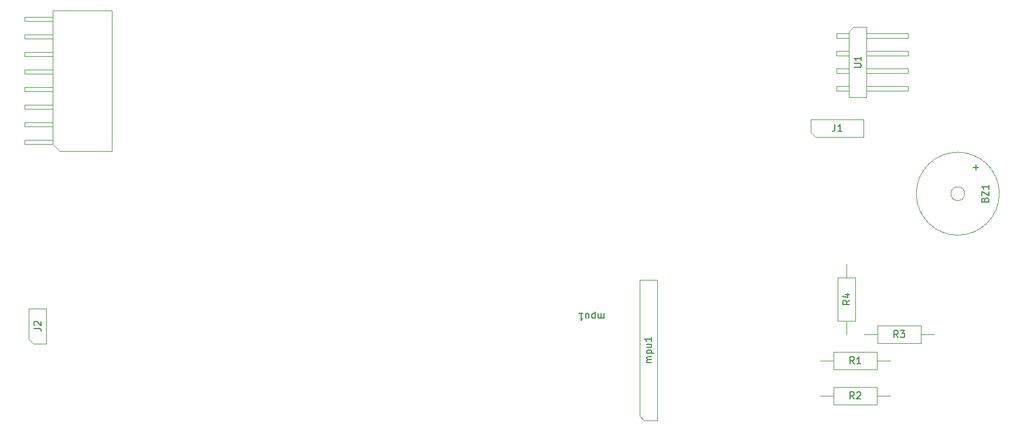
<source format=gbr>
G04 #@! TF.GenerationSoftware,KiCad,Pcbnew,8.0.3*
G04 #@! TF.CreationDate,2024-07-05T00:01:19-04:00*
G04 #@! TF.ProjectId,rrc_pcb2,7272635f-7063-4623-922e-6b696361645f,3*
G04 #@! TF.SameCoordinates,Original*
G04 #@! TF.FileFunction,AssemblyDrawing,Top*
%FSLAX46Y46*%
G04 Gerber Fmt 4.6, Leading zero omitted, Abs format (unit mm)*
G04 Created by KiCad (PCBNEW 8.0.3) date 2024-07-05 00:01:19*
%MOMM*%
%LPD*%
G01*
G04 APERTURE LIST*
%ADD10C,0.150000*%
%ADD11C,0.100000*%
G04 APERTURE END LIST*
D10*
X171283333Y-74114819D02*
X170950000Y-73638628D01*
X170711905Y-74114819D02*
X170711905Y-73114819D01*
X170711905Y-73114819D02*
X171092857Y-73114819D01*
X171092857Y-73114819D02*
X171188095Y-73162438D01*
X171188095Y-73162438D02*
X171235714Y-73210057D01*
X171235714Y-73210057D02*
X171283333Y-73305295D01*
X171283333Y-73305295D02*
X171283333Y-73448152D01*
X171283333Y-73448152D02*
X171235714Y-73543390D01*
X171235714Y-73543390D02*
X171188095Y-73591009D01*
X171188095Y-73591009D02*
X171092857Y-73638628D01*
X171092857Y-73638628D02*
X170711905Y-73638628D01*
X171616667Y-73114819D02*
X172235714Y-73114819D01*
X172235714Y-73114819D02*
X171902381Y-73495771D01*
X171902381Y-73495771D02*
X172045238Y-73495771D01*
X172045238Y-73495771D02*
X172140476Y-73543390D01*
X172140476Y-73543390D02*
X172188095Y-73591009D01*
X172188095Y-73591009D02*
X172235714Y-73686247D01*
X172235714Y-73686247D02*
X172235714Y-73924342D01*
X172235714Y-73924342D02*
X172188095Y-74019580D01*
X172188095Y-74019580D02*
X172140476Y-74067200D01*
X172140476Y-74067200D02*
X172045238Y-74114819D01*
X172045238Y-74114819D02*
X171759524Y-74114819D01*
X171759524Y-74114819D02*
X171664286Y-74067200D01*
X171664286Y-74067200D02*
X171616667Y-74019580D01*
X164284819Y-68746666D02*
X163808628Y-69079999D01*
X164284819Y-69318094D02*
X163284819Y-69318094D01*
X163284819Y-69318094D02*
X163284819Y-68937142D01*
X163284819Y-68937142D02*
X163332438Y-68841904D01*
X163332438Y-68841904D02*
X163380057Y-68794285D01*
X163380057Y-68794285D02*
X163475295Y-68746666D01*
X163475295Y-68746666D02*
X163618152Y-68746666D01*
X163618152Y-68746666D02*
X163713390Y-68794285D01*
X163713390Y-68794285D02*
X163761009Y-68841904D01*
X163761009Y-68841904D02*
X163808628Y-68937142D01*
X163808628Y-68937142D02*
X163808628Y-69318094D01*
X163618152Y-67889523D02*
X164284819Y-67889523D01*
X163237200Y-68127618D02*
X163951485Y-68365713D01*
X163951485Y-68365713D02*
X163951485Y-67746666D01*
X46364819Y-72788333D02*
X47079104Y-72788333D01*
X47079104Y-72788333D02*
X47221961Y-72835952D01*
X47221961Y-72835952D02*
X47317200Y-72931190D01*
X47317200Y-72931190D02*
X47364819Y-73074047D01*
X47364819Y-73074047D02*
X47364819Y-73169285D01*
X46460057Y-72359761D02*
X46412438Y-72312142D01*
X46412438Y-72312142D02*
X46364819Y-72216904D01*
X46364819Y-72216904D02*
X46364819Y-71978809D01*
X46364819Y-71978809D02*
X46412438Y-71883571D01*
X46412438Y-71883571D02*
X46460057Y-71835952D01*
X46460057Y-71835952D02*
X46555295Y-71788333D01*
X46555295Y-71788333D02*
X46650533Y-71788333D01*
X46650533Y-71788333D02*
X46793390Y-71835952D01*
X46793390Y-71835952D02*
X47364819Y-72407380D01*
X47364819Y-72407380D02*
X47364819Y-71788333D01*
X162168360Y-43290392D02*
X162168360Y-44004677D01*
X162168360Y-44004677D02*
X162120741Y-44147534D01*
X162120741Y-44147534D02*
X162025503Y-44242773D01*
X162025503Y-44242773D02*
X161882646Y-44290392D01*
X161882646Y-44290392D02*
X161787408Y-44290392D01*
X163168360Y-44290392D02*
X162596932Y-44290392D01*
X162882646Y-44290392D02*
X162882646Y-43290392D01*
X162882646Y-43290392D02*
X162787408Y-43433249D01*
X162787408Y-43433249D02*
X162692170Y-43528487D01*
X162692170Y-43528487D02*
X162596932Y-43576106D01*
X182520815Y-49900950D02*
X182520815Y-49139046D01*
X182901768Y-49519998D02*
X182139863Y-49519998D01*
X183837958Y-54210951D02*
X183885577Y-54068094D01*
X183885577Y-54068094D02*
X183933196Y-54020475D01*
X183933196Y-54020475D02*
X184028434Y-53972856D01*
X184028434Y-53972856D02*
X184171291Y-53972856D01*
X184171291Y-53972856D02*
X184266529Y-54020475D01*
X184266529Y-54020475D02*
X184314149Y-54068094D01*
X184314149Y-54068094D02*
X184361768Y-54163332D01*
X184361768Y-54163332D02*
X184361768Y-54544284D01*
X184361768Y-54544284D02*
X183361768Y-54544284D01*
X183361768Y-54544284D02*
X183361768Y-54210951D01*
X183361768Y-54210951D02*
X183409387Y-54115713D01*
X183409387Y-54115713D02*
X183457006Y-54068094D01*
X183457006Y-54068094D02*
X183552244Y-54020475D01*
X183552244Y-54020475D02*
X183647482Y-54020475D01*
X183647482Y-54020475D02*
X183742720Y-54068094D01*
X183742720Y-54068094D02*
X183790339Y-54115713D01*
X183790339Y-54115713D02*
X183837958Y-54210951D01*
X183837958Y-54210951D02*
X183837958Y-54544284D01*
X183361768Y-53639522D02*
X183361768Y-52972856D01*
X183361768Y-52972856D02*
X184361768Y-53639522D01*
X184361768Y-53639522D02*
X184361768Y-52972856D01*
X184361768Y-52068094D02*
X184361768Y-52639522D01*
X184361768Y-52353808D02*
X183361768Y-52353808D01*
X183361768Y-52353808D02*
X183504625Y-52449046D01*
X183504625Y-52449046D02*
X183599863Y-52544284D01*
X183599863Y-52544284D02*
X183647482Y-52639522D01*
X164919558Y-35078288D02*
X165729081Y-35078288D01*
X165729081Y-35078288D02*
X165824319Y-35030669D01*
X165824319Y-35030669D02*
X165871939Y-34983050D01*
X165871939Y-34983050D02*
X165919558Y-34887812D01*
X165919558Y-34887812D02*
X165919558Y-34697336D01*
X165919558Y-34697336D02*
X165871939Y-34602098D01*
X165871939Y-34602098D02*
X165824319Y-34554479D01*
X165824319Y-34554479D02*
X165729081Y-34506860D01*
X165729081Y-34506860D02*
X164919558Y-34506860D01*
X165919558Y-33506860D02*
X165919558Y-34078288D01*
X165919558Y-33792574D02*
X164919558Y-33792574D01*
X164919558Y-33792574D02*
X165062415Y-33887812D01*
X165062415Y-33887812D02*
X165157653Y-33983050D01*
X165157653Y-33983050D02*
X165205272Y-34078288D01*
X164933333Y-77924819D02*
X164600000Y-77448628D01*
X164361905Y-77924819D02*
X164361905Y-76924819D01*
X164361905Y-76924819D02*
X164742857Y-76924819D01*
X164742857Y-76924819D02*
X164838095Y-76972438D01*
X164838095Y-76972438D02*
X164885714Y-77020057D01*
X164885714Y-77020057D02*
X164933333Y-77115295D01*
X164933333Y-77115295D02*
X164933333Y-77258152D01*
X164933333Y-77258152D02*
X164885714Y-77353390D01*
X164885714Y-77353390D02*
X164838095Y-77401009D01*
X164838095Y-77401009D02*
X164742857Y-77448628D01*
X164742857Y-77448628D02*
X164361905Y-77448628D01*
X165885714Y-77924819D02*
X165314286Y-77924819D01*
X165600000Y-77924819D02*
X165600000Y-76924819D01*
X165600000Y-76924819D02*
X165504762Y-77067676D01*
X165504762Y-77067676D02*
X165409524Y-77162914D01*
X165409524Y-77162914D02*
X165314286Y-77210533D01*
X128809523Y-70665180D02*
X128809523Y-71331847D01*
X128809523Y-71236609D02*
X128761904Y-71284228D01*
X128761904Y-71284228D02*
X128666666Y-71331847D01*
X128666666Y-71331847D02*
X128523809Y-71331847D01*
X128523809Y-71331847D02*
X128428571Y-71284228D01*
X128428571Y-71284228D02*
X128380952Y-71188990D01*
X128380952Y-71188990D02*
X128380952Y-70665180D01*
X128380952Y-71188990D02*
X128333333Y-71284228D01*
X128333333Y-71284228D02*
X128238095Y-71331847D01*
X128238095Y-71331847D02*
X128095238Y-71331847D01*
X128095238Y-71331847D02*
X127999999Y-71284228D01*
X127999999Y-71284228D02*
X127952380Y-71188990D01*
X127952380Y-71188990D02*
X127952380Y-70665180D01*
X127476190Y-71331847D02*
X127476190Y-70331847D01*
X127476190Y-71284228D02*
X127380952Y-71331847D01*
X127380952Y-71331847D02*
X127190476Y-71331847D01*
X127190476Y-71331847D02*
X127095238Y-71284228D01*
X127095238Y-71284228D02*
X127047619Y-71236609D01*
X127047619Y-71236609D02*
X127000000Y-71141371D01*
X127000000Y-71141371D02*
X127000000Y-70855657D01*
X127000000Y-70855657D02*
X127047619Y-70760419D01*
X127047619Y-70760419D02*
X127095238Y-70712800D01*
X127095238Y-70712800D02*
X127190476Y-70665180D01*
X127190476Y-70665180D02*
X127380952Y-70665180D01*
X127380952Y-70665180D02*
X127476190Y-70712800D01*
X126142857Y-71331847D02*
X126142857Y-70665180D01*
X126571428Y-71331847D02*
X126571428Y-70808038D01*
X126571428Y-70808038D02*
X126523809Y-70712800D01*
X126523809Y-70712800D02*
X126428571Y-70665180D01*
X126428571Y-70665180D02*
X126285714Y-70665180D01*
X126285714Y-70665180D02*
X126190476Y-70712800D01*
X126190476Y-70712800D02*
X126142857Y-70760419D01*
X125142857Y-70665180D02*
X125714285Y-70665180D01*
X125428571Y-70665180D02*
X125428571Y-71665180D01*
X125428571Y-71665180D02*
X125523809Y-71522323D01*
X125523809Y-71522323D02*
X125619047Y-71427085D01*
X125619047Y-71427085D02*
X125714285Y-71379466D01*
X135648090Y-77757056D02*
X134981423Y-77757056D01*
X135076661Y-77757056D02*
X135029042Y-77709437D01*
X135029042Y-77709437D02*
X134981423Y-77614199D01*
X134981423Y-77614199D02*
X134981423Y-77471342D01*
X134981423Y-77471342D02*
X135029042Y-77376104D01*
X135029042Y-77376104D02*
X135124280Y-77328485D01*
X135124280Y-77328485D02*
X135648090Y-77328485D01*
X135124280Y-77328485D02*
X135029042Y-77280866D01*
X135029042Y-77280866D02*
X134981423Y-77185628D01*
X134981423Y-77185628D02*
X134981423Y-77042771D01*
X134981423Y-77042771D02*
X135029042Y-76947532D01*
X135029042Y-76947532D02*
X135124280Y-76899913D01*
X135124280Y-76899913D02*
X135648090Y-76899913D01*
X134981423Y-76423723D02*
X135981423Y-76423723D01*
X135029042Y-76423723D02*
X134981423Y-76328485D01*
X134981423Y-76328485D02*
X134981423Y-76138009D01*
X134981423Y-76138009D02*
X135029042Y-76042771D01*
X135029042Y-76042771D02*
X135076661Y-75995152D01*
X135076661Y-75995152D02*
X135171899Y-75947533D01*
X135171899Y-75947533D02*
X135457613Y-75947533D01*
X135457613Y-75947533D02*
X135552851Y-75995152D01*
X135552851Y-75995152D02*
X135600471Y-76042771D01*
X135600471Y-76042771D02*
X135648090Y-76138009D01*
X135648090Y-76138009D02*
X135648090Y-76328485D01*
X135648090Y-76328485D02*
X135600471Y-76423723D01*
X134981423Y-75090390D02*
X135648090Y-75090390D01*
X134981423Y-75518961D02*
X135505232Y-75518961D01*
X135505232Y-75518961D02*
X135600471Y-75471342D01*
X135600471Y-75471342D02*
X135648090Y-75376104D01*
X135648090Y-75376104D02*
X135648090Y-75233247D01*
X135648090Y-75233247D02*
X135600471Y-75138009D01*
X135600471Y-75138009D02*
X135552851Y-75090390D01*
X135648090Y-74090390D02*
X135648090Y-74661818D01*
X135648090Y-74376104D02*
X134648090Y-74376104D01*
X134648090Y-74376104D02*
X134790947Y-74471342D01*
X134790947Y-74471342D02*
X134886185Y-74566580D01*
X134886185Y-74566580D02*
X134933804Y-74661818D01*
X164933333Y-83004819D02*
X164600000Y-82528628D01*
X164361905Y-83004819D02*
X164361905Y-82004819D01*
X164361905Y-82004819D02*
X164742857Y-82004819D01*
X164742857Y-82004819D02*
X164838095Y-82052438D01*
X164838095Y-82052438D02*
X164885714Y-82100057D01*
X164885714Y-82100057D02*
X164933333Y-82195295D01*
X164933333Y-82195295D02*
X164933333Y-82338152D01*
X164933333Y-82338152D02*
X164885714Y-82433390D01*
X164885714Y-82433390D02*
X164838095Y-82481009D01*
X164838095Y-82481009D02*
X164742857Y-82528628D01*
X164742857Y-82528628D02*
X164361905Y-82528628D01*
X165314286Y-82100057D02*
X165361905Y-82052438D01*
X165361905Y-82052438D02*
X165457143Y-82004819D01*
X165457143Y-82004819D02*
X165695238Y-82004819D01*
X165695238Y-82004819D02*
X165790476Y-82052438D01*
X165790476Y-82052438D02*
X165838095Y-82100057D01*
X165838095Y-82100057D02*
X165885714Y-82195295D01*
X165885714Y-82195295D02*
X165885714Y-82290533D01*
X165885714Y-82290533D02*
X165838095Y-82433390D01*
X165838095Y-82433390D02*
X165266667Y-83004819D01*
X165266667Y-83004819D02*
X165885714Y-83004819D01*
D11*
X166370000Y-73660000D02*
X168300000Y-73660000D01*
X168300000Y-72410000D02*
X168300000Y-74910000D01*
X168300000Y-74910000D02*
X174600000Y-74910000D01*
X174600000Y-72410000D02*
X168300000Y-72410000D01*
X174600000Y-74910000D02*
X174600000Y-72410000D01*
X176530000Y-73660000D02*
X174600000Y-73660000D01*
X162580000Y-65430000D02*
X162580000Y-71730000D01*
X162580000Y-71730000D02*
X165080000Y-71730000D01*
X163830000Y-63500000D02*
X163830000Y-65430000D01*
X163830000Y-73660000D02*
X163830000Y-71730000D01*
X165080000Y-65430000D02*
X162580000Y-65430000D01*
X165080000Y-71730000D02*
X165080000Y-65430000D01*
X45640000Y-69915000D02*
X48180000Y-69915000D01*
X45640000Y-74360000D02*
X45640000Y-69915000D01*
X46275000Y-74995000D02*
X45640000Y-74360000D01*
X48180000Y-69915000D02*
X48180000Y-74995000D01*
X48180000Y-74995000D02*
X46275000Y-74995000D01*
X158691694Y-42565573D02*
X166311694Y-42565573D01*
X158691694Y-44470573D02*
X158691694Y-42565573D01*
X159326694Y-45105573D02*
X158691694Y-44470573D01*
X166311694Y-42565573D02*
X166311694Y-45105573D01*
X166311694Y-45105573D02*
X159326694Y-45105573D01*
X180906949Y-53329999D02*
G75*
G02*
X178906949Y-53329999I-1000000J0D01*
G01*
X178906949Y-53329999D02*
G75*
G02*
X180906949Y-53329999I1000000J0D01*
G01*
X185906949Y-53329999D02*
G75*
G02*
X173906949Y-53329999I-6000000J0D01*
G01*
X173906949Y-53329999D02*
G75*
G02*
X185906949Y-53329999I6000000J0D01*
G01*
X162374739Y-30186384D02*
X162374739Y-30826384D01*
X162374739Y-30186384D02*
X164194739Y-30186384D01*
X162374739Y-30826384D02*
X164194739Y-30826384D01*
X162374739Y-32726384D02*
X162374739Y-33366384D01*
X162374739Y-32726384D02*
X164194739Y-32726384D01*
X162374739Y-33366384D02*
X164194739Y-33366384D01*
X162374739Y-35266384D02*
X162374739Y-35906384D01*
X162374739Y-35266384D02*
X164194739Y-35266384D01*
X162374739Y-35906384D02*
X164194739Y-35906384D01*
X162374739Y-37806384D02*
X162374739Y-38446384D01*
X162374739Y-37806384D02*
X164194739Y-37806384D01*
X162374739Y-38446384D02*
X164194739Y-38446384D01*
X164194739Y-29871384D02*
X164829739Y-29236384D01*
X164194739Y-39396384D02*
X164194739Y-29871384D01*
X164829739Y-29236384D02*
X166734739Y-29236384D01*
X166734739Y-29236384D02*
X166734739Y-39396384D01*
X166734739Y-30186384D02*
X172734739Y-30186384D01*
X166734739Y-30826384D02*
X172734739Y-30826384D01*
X166734739Y-32726384D02*
X172734739Y-32726384D01*
X166734739Y-33366384D02*
X172734739Y-33366384D01*
X166734739Y-35266384D02*
X172734739Y-35266384D01*
X166734739Y-35906384D02*
X172734739Y-35906384D01*
X166734739Y-37806384D02*
X172734739Y-37806384D01*
X166734739Y-38446384D02*
X172734739Y-38446384D01*
X166734739Y-39396384D02*
X164194739Y-39396384D01*
X172734739Y-30186384D02*
X172734739Y-30826384D01*
X172734739Y-32726384D02*
X172734739Y-33366384D01*
X172734739Y-35266384D02*
X172734739Y-35906384D01*
X172734739Y-37806384D02*
X172734739Y-38446384D01*
X160020000Y-77470000D02*
X161950000Y-77470000D01*
X161950000Y-76220000D02*
X161950000Y-78720000D01*
X161950000Y-78720000D02*
X168250000Y-78720000D01*
X168250000Y-76220000D02*
X161950000Y-76220000D01*
X168250000Y-78720000D02*
X168250000Y-76220000D01*
X170180000Y-77470000D02*
X168250000Y-77470000D01*
X45052661Y-27809407D02*
X45052661Y-28409407D01*
X45052661Y-28409407D02*
X49112661Y-28409407D01*
X45052661Y-30349407D02*
X45052661Y-30949407D01*
X45052661Y-30949407D02*
X49112661Y-30949407D01*
X45052661Y-32889407D02*
X45052661Y-33489407D01*
X45052661Y-33489407D02*
X49112661Y-33489407D01*
X45052661Y-35429407D02*
X45052661Y-36029407D01*
X45052661Y-36029407D02*
X49112661Y-36029407D01*
X45052661Y-37969407D02*
X45052661Y-38569407D01*
X45052661Y-38569407D02*
X49112661Y-38569407D01*
X45052661Y-40509407D02*
X45052661Y-41109407D01*
X45052661Y-41109407D02*
X49112661Y-41109407D01*
X45052661Y-43049407D02*
X45052661Y-43649407D01*
X45052661Y-43649407D02*
X49112661Y-43649407D01*
X45052661Y-45589407D02*
X45052661Y-46189407D01*
X45052661Y-46189407D02*
X49112661Y-46189407D01*
X49112661Y-26839407D02*
X57622661Y-26839407D01*
X49112661Y-27809407D02*
X45052661Y-27809407D01*
X49112661Y-30349407D02*
X45052661Y-30349407D01*
X49112661Y-32889407D02*
X45052661Y-32889407D01*
X49112661Y-35429407D02*
X45052661Y-35429407D01*
X49112661Y-37969407D02*
X45052661Y-37969407D01*
X49112661Y-40509407D02*
X45052661Y-40509407D01*
X49112661Y-43049407D02*
X45052661Y-43049407D01*
X49112661Y-45589407D02*
X45052661Y-45589407D01*
X49112661Y-46189407D02*
X49112661Y-26839407D01*
X50082661Y-47159407D02*
X49112661Y-46189407D01*
X57622661Y-26839407D02*
X57622661Y-47159407D01*
X57622661Y-47159407D02*
X50082661Y-47159407D01*
X133923271Y-65787533D02*
X136463271Y-65787533D01*
X133923271Y-85472533D02*
X133923271Y-65787533D01*
X134558271Y-86107533D02*
X133923271Y-85472533D01*
X136463271Y-65787533D02*
X136463271Y-86107533D01*
X136463271Y-86107533D02*
X134558271Y-86107533D01*
X160020000Y-82550000D02*
X161950000Y-82550000D01*
X161950000Y-81300000D02*
X161950000Y-83800000D01*
X161950000Y-83800000D02*
X168250000Y-83800000D01*
X168250000Y-81300000D02*
X161950000Y-81300000D01*
X168250000Y-83800000D02*
X168250000Y-81300000D01*
X170180000Y-82550000D02*
X168250000Y-82550000D01*
M02*

</source>
